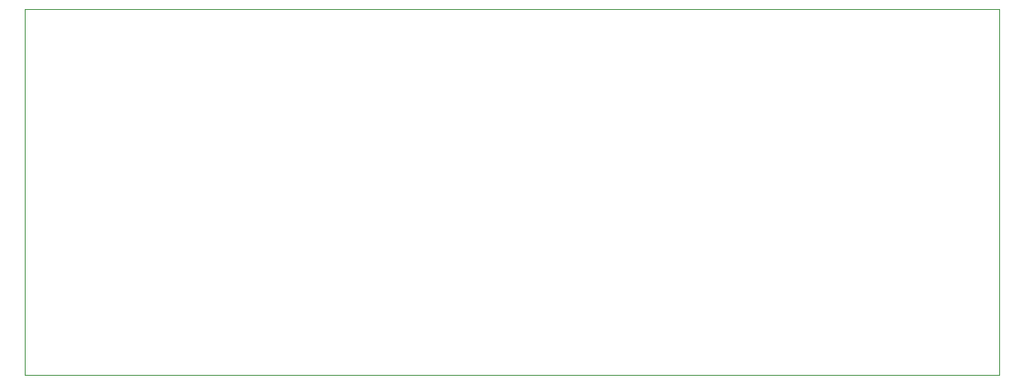
<source format=gbr>
%TF.GenerationSoftware,KiCad,Pcbnew,9.0.6*%
%TF.CreationDate,2026-02-15T17:48:03-07:00*%
%TF.ProjectId,SoundRat,536f756e-6452-4617-942e-6b696361645f,rev?*%
%TF.SameCoordinates,Original*%
%TF.FileFunction,Profile,NP*%
%FSLAX46Y46*%
G04 Gerber Fmt 4.6, Leading zero omitted, Abs format (unit mm)*
G04 Created by KiCad (PCBNEW 9.0.6) date 2026-02-15 17:48:03*
%MOMM*%
%LPD*%
G01*
G04 APERTURE LIST*
%TA.AperFunction,Profile*%
%ADD10C,0.050000*%
%TD*%
G04 APERTURE END LIST*
D10*
X101000000Y-92200000D02*
X200950000Y-92200000D01*
X200950000Y-129700000D01*
X101000000Y-129700000D01*
X101000000Y-92200000D01*
M02*

</source>
